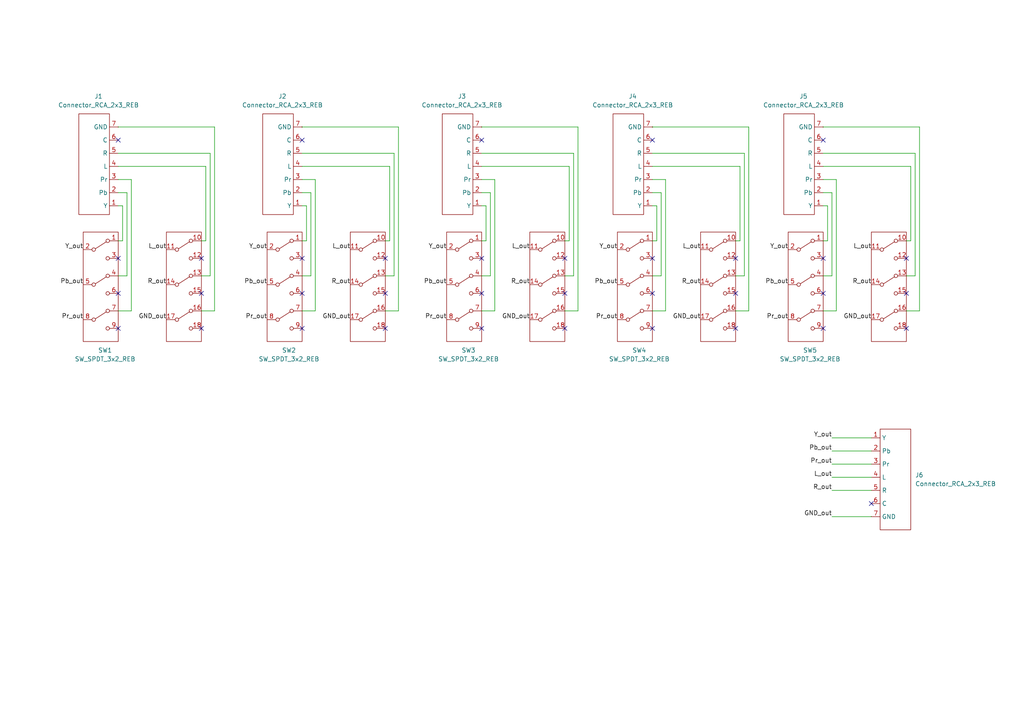
<source format=kicad_sch>
(kicad_sch (version 20211123) (generator eeschema)
  (paper "A4")
  (lib_symbols
    (symbol "Connector_RCA_2x3_REB_1"
      (property "Reference" "J" (at 11.43 2.54 0))
      (property "Value" "Connector_RCA_2x3_REB_1" (at 19.05 -13.97 90))
      (symbol "Connector_RCA_2x3_REB_1_0_1"
        (rectangle (start 5.08 -25.4) (end 5.08 -25.4))
        (rectangle (start 5.08 -25.4) (end 5.08 -25.4))
        (rectangle (start 5.08 -25.4) (end 5.08 -25.4))
        (rectangle (start 5.08 -25.4) (end 5.08 -25.4))
        (rectangle (start 5.08 -25.4) (end 5.08 -25.4))
        (rectangle (start 5.08 -25.4) (end 5.08 -25.4))
        (rectangle (start 5.08 -25.4) (end 5.08 -25.4))
        (rectangle (start 5.08 -25.4) (end 5.08 -25.4))
        (rectangle (start 5.08 -25.4) (end 5.08 -25.4))
        (rectangle (start 5.08 -25.4) (end 5.08 -25.4))
        (rectangle (start 5.08 -25.4) (end 5.08 -25.4))
        (rectangle (start 7.62 0) (end 16.51 -29.21))
      )
      (symbol "Connector_RCA_2x3_REB_1_1_1"
        (pin bidirectional line (at 5.08 -2.54 0) (length 2.54) (name "Y") (number "1"))
        (pin bidirectional line (at 5.08 -6.35 0) (length 2.54) (name "Pb") (number "2"))
        (pin bidirectional line (at 5.08 -10.16 0) (length 2.54) (name "Pr") (number "3"))
        (pin bidirectional line (at 5.08 -13.97 0) (length 2.54) (name "L") (number "4"))
        (pin bidirectional line (at 5.08 -17.78 0) (length 2.54) (name "R") (number "5"))
        (pin bidirectional line (at 5.08 -21.59 0) (length 2.54) (name "C") (number "6"))
        (pin bidirectional line (at 5.08 -25.4 0) (length 2.54) (name "GND") (number "7"))
        (pin passive line (at 5.08 -25.4 0) (length 2.54) hide (name "GND") (number "8"))
        (pin passive line (at 5.08 -25.4 0) (length 2.54) hide (name "GND") (number "9"))
      )
    )
    (symbol "Connector_RCA_2x3_REB_2"
      (property "Reference" "J" (at 11.43 2.54 0))
      (property "Value" "Connector_RCA_2x3_REB_2" (at 19.05 -13.97 90))
      (symbol "Connector_RCA_2x3_REB_2_0_1"
        (rectangle (start 5.08 -25.4) (end 5.08 -25.4))
        (rectangle (start 5.08 -25.4) (end 5.08 -25.4))
        (rectangle (start 5.08 -25.4) (end 5.08 -25.4))
        (rectangle (start 5.08 -25.4) (end 5.08 -25.4))
        (rectangle (start 5.08 -25.4) (end 5.08 -25.4))
        (rectangle (start 5.08 -25.4) (end 5.08 -25.4))
        (rectangle (start 5.08 -25.4) (end 5.08 -25.4))
        (rectangle (start 5.08 -25.4) (end 5.08 -25.4))
        (rectangle (start 5.08 -25.4) (end 5.08 -25.4))
        (rectangle (start 5.08 -25.4) (end 5.08 -25.4))
        (rectangle (start 5.08 -25.4) (end 5.08 -25.4))
        (rectangle (start 7.62 0) (end 16.51 -29.21))
      )
      (symbol "Connector_RCA_2x3_REB_2_1_1"
        (pin bidirectional line (at 5.08 -2.54 0) (length 2.54) (name "Y") (number "1"))
        (pin bidirectional line (at 5.08 -6.35 0) (length 2.54) (name "Pb") (number "2"))
        (pin bidirectional line (at 5.08 -10.16 0) (length 2.54) (name "Pr") (number "3"))
        (pin bidirectional line (at 5.08 -13.97 0) (length 2.54) (name "L") (number "4"))
        (pin bidirectional line (at 5.08 -17.78 0) (length 2.54) (name "R") (number "5"))
        (pin bidirectional line (at 5.08 -21.59 0) (length 2.54) (name "C") (number "6"))
        (pin bidirectional line (at 5.08 -25.4 0) (length 2.54) (name "GND") (number "7"))
        (pin passive line (at 5.08 -25.4 0) (length 2.54) hide (name "GND") (number "8"))
        (pin passive line (at 5.08 -25.4 0) (length 2.54) hide (name "GND") (number "9"))
      )
    )
    (symbol "Connector_RCA_2x3_REB_3"
      (property "Reference" "J" (at 11.43 2.54 0))
      (property "Value" "Connector_RCA_2x3_REB_3" (at 19.05 -13.97 90))
      (symbol "Connector_RCA_2x3_REB_3_0_1"
        (rectangle (start 5.08 -25.4) (end 5.08 -25.4))
        (rectangle (start 5.08 -25.4) (end 5.08 -25.4))
        (rectangle (start 5.08 -25.4) (end 5.08 -25.4))
        (rectangle (start 5.08 -25.4) (end 5.08 -25.4))
        (rectangle (start 5.08 -25.4) (end 5.08 -25.4))
        (rectangle (start 5.08 -25.4) (end 5.08 -25.4))
        (rectangle (start 5.08 -25.4) (end 5.08 -25.4))
        (rectangle (start 5.08 -25.4) (end 5.08 -25.4))
        (rectangle (start 5.08 -25.4) (end 5.08 -25.4))
        (rectangle (start 5.08 -25.4) (end 5.08 -25.4))
        (rectangle (start 5.08 -25.4) (end 5.08 -25.4))
        (rectangle (start 7.62 0) (end 16.51 -29.21))
      )
      (symbol "Connector_RCA_2x3_REB_3_1_1"
        (pin bidirectional line (at 5.08 -2.54 0) (length 2.54) (name "Y") (number "1"))
        (pin bidirectional line (at 5.08 -6.35 0) (length 2.54) (name "Pb") (number "2"))
        (pin bidirectional line (at 5.08 -10.16 0) (length 2.54) (name "Pr") (number "3"))
        (pin bidirectional line (at 5.08 -13.97 0) (length 2.54) (name "L") (number "4"))
        (pin bidirectional line (at 5.08 -17.78 0) (length 2.54) (name "R") (number "5"))
        (pin bidirectional line (at 5.08 -21.59 0) (length 2.54) (name "C") (number "6"))
        (pin bidirectional line (at 5.08 -25.4 0) (length 2.54) (name "GND") (number "7"))
        (pin passive line (at 5.08 -25.4 0) (length 2.54) hide (name "GND") (number "8"))
        (pin passive line (at 5.08 -25.4 0) (length 2.54) hide (name "GND") (number "9"))
      )
    )
    (symbol "Connector_RCA_2x3_REB_4"
      (property "Reference" "J" (at 11.43 2.54 0))
      (property "Value" "Connector_RCA_2x3_REB_4" (at 19.05 -13.97 90))
      (symbol "Connector_RCA_2x3_REB_4_0_1"
        (rectangle (start 5.08 -25.4) (end 5.08 -25.4))
        (rectangle (start 5.08 -25.4) (end 5.08 -25.4))
        (rectangle (start 5.08 -25.4) (end 5.08 -25.4))
        (rectangle (start 5.08 -25.4) (end 5.08 -25.4))
        (rectangle (start 5.08 -25.4) (end 5.08 -25.4))
        (rectangle (start 5.08 -25.4) (end 5.08 -25.4))
        (rectangle (start 5.08 -25.4) (end 5.08 -25.4))
        (rectangle (start 5.08 -25.4) (end 5.08 -25.4))
        (rectangle (start 5.08 -25.4) (end 5.08 -25.4))
        (rectangle (start 5.08 -25.4) (end 5.08 -25.4))
        (rectangle (start 5.08 -25.4) (end 5.08 -25.4))
        (rectangle (start 7.62 0) (end 16.51 -29.21))
      )
      (symbol "Connector_RCA_2x3_REB_4_1_1"
        (pin bidirectional line (at 5.08 -2.54 0) (length 2.54) (name "Y") (number "1"))
        (pin bidirectional line (at 5.08 -6.35 0) (length 2.54) (name "Pb") (number "2"))
        (pin bidirectional line (at 5.08 -10.16 0) (length 2.54) (name "Pr") (number "3"))
        (pin bidirectional line (at 5.08 -13.97 0) (length 2.54) (name "L") (number "4"))
        (pin bidirectional line (at 5.08 -17.78 0) (length 2.54) (name "R") (number "5"))
        (pin bidirectional line (at 5.08 -21.59 0) (length 2.54) (name "C") (number "6"))
        (pin bidirectional line (at 5.08 -25.4 0) (length 2.54) (name "GND") (number "7"))
        (pin passive line (at 5.08 -25.4 0) (length 2.54) hide (name "GND") (number "8"))
        (pin passive line (at 5.08 -25.4 0) (length 2.54) hide (name "GND") (number "9"))
      )
    )
    (symbol "Connector_RCA_2x3_REB_5"
      (property "Reference" "J" (at 11.43 2.54 0))
      (property "Value" "Connector_RCA_2x3_REB_5" (at 19.05 -13.97 90))
      (symbol "Connector_RCA_2x3_REB_5_0_1"
        (rectangle (start 5.08 -25.4) (end 5.08 -25.4))
        (rectangle (start 5.08 -25.4) (end 5.08 -25.4))
        (rectangle (start 5.08 -25.4) (end 5.08 -25.4))
        (rectangle (start 5.08 -25.4) (end 5.08 -25.4))
        (rectangle (start 5.08 -25.4) (end 5.08 -25.4))
        (rectangle (start 5.08 -25.4) (end 5.08 -25.4))
        (rectangle (start 5.08 -25.4) (end 5.08 -25.4))
        (rectangle (start 5.08 -25.4) (end 5.08 -25.4))
        (rectangle (start 5.08 -25.4) (end 5.08 -25.4))
        (rectangle (start 5.08 -25.4) (end 5.08 -25.4))
        (rectangle (start 5.08 -25.4) (end 5.08 -25.4))
        (rectangle (start 7.62 0) (end 16.51 -29.21))
      )
      (symbol "Connector_RCA_2x3_REB_5_1_1"
        (pin bidirectional line (at 5.08 -2.54 0) (length 2.54) (name "Y") (number "1"))
        (pin bidirectional line (at 5.08 -6.35 0) (length 2.54) (name "Pb") (number "2"))
        (pin bidirectional line (at 5.08 -10.16 0) (length 2.54) (name "Pr") (number "3"))
        (pin bidirectional line (at 5.08 -13.97 0) (length 2.54) (name "L") (number "4"))
        (pin bidirectional line (at 5.08 -17.78 0) (length 2.54) (name "R") (number "5"))
        (pin bidirectional line (at 5.08 -21.59 0) (length 2.54) (name "C") (number "6"))
        (pin bidirectional line (at 5.08 -25.4 0) (length 2.54) (name "GND") (number "7"))
        (pin passive line (at 5.08 -25.4 0) (length 2.54) hide (name "GND") (number "8"))
        (pin passive line (at 5.08 -25.4 0) (length 2.54) hide (name "GND") (number "9"))
      )
    )
    (symbol "User:Connector_RCA_2x3_REB"
      (property "Reference" "J" (at 11.43 2.54 0))
      (property "Value" "Connector_RCA_2x3_REB" (at 19.05 -13.97 90))
      (symbol "Connector_RCA_2x3_REB_0_1"
        (rectangle (start 5.08 -25.4) (end 5.08 -25.4))
        (rectangle (start 5.08 -25.4) (end 5.08 -25.4))
        (rectangle (start 5.08 -25.4) (end 5.08 -25.4))
        (rectangle (start 5.08 -25.4) (end 5.08 -25.4))
        (rectangle (start 5.08 -25.4) (end 5.08 -25.4))
        (rectangle (start 5.08 -25.4) (end 5.08 -25.4))
        (rectangle (start 5.08 -25.4) (end 5.08 -25.4))
        (rectangle (start 5.08 -25.4) (end 5.08 -25.4))
        (rectangle (start 5.08 -25.4) (end 5.08 -25.4))
        (rectangle (start 5.08 -25.4) (end 5.08 -25.4))
        (rectangle (start 5.08 -25.4) (end 5.08 -25.4))
        (rectangle (start 7.62 0) (end 16.51 -29.21))
      )
      (symbol "Connector_RCA_2x3_REB_1_1"
        (pin bidirectional line (at 5.08 -2.54 0) (length 2.54) (name "Y") (number "1"))
        (pin bidirectional line (at 5.08 -6.35 0) (length 2.54) (name "Pb") (number "2"))
        (pin bidirectional line (at 5.08 -10.16 0) (length 2.54) (name "Pr") (number "3"))
        (pin bidirectional line (at 5.08 -13.97 0) (length 2.54) (name "L") (number "4"))
        (pin bidirectional line (at 5.08 -17.78 0) (length 2.54) (name "R") (number "5"))
        (pin bidirectional line (at 5.08 -21.59 0) (length 2.54) (name "C") (number "6"))
        (pin bidirectional line (at 5.08 -25.4 0) (length 2.54) (name "GND") (number "7"))
        (pin passive line (at 5.08 -25.4 0) (length 2.54) hide (name "GND") (number "8"))
        (pin passive line (at 5.08 -25.4 0) (length 2.54) hide (name "GND") (number "9"))
      )
    )
    (symbol "User:SW_SPDT_3x2_REB" (pin_names (offset 0) hide)
      (property "Reference" "SW" (at 12.7 6.35 0))
      (property "Value" "SW_SPDT_3x2_REB" (at 12.7 8.89 0))
      (symbol "SW_SPDT_3x2_REB_0_0"
        (circle (center -2.032 -20.32) (radius 0.508))
        (circle (center -2.032 -10.16) (radius 0.508))
        (circle (center -2.032 0) (radius 0.508))
        (circle (center 2.032 -22.86) (radius 0.508))
        (circle (center 2.032 -12.7) (radius 0.508))
        (circle (center 2.032 -2.54) (radius 0.508))
        (circle (center 22.098 -20.32) (radius 0.508))
        (circle (center 22.098 -10.16) (radius 0.508))
        (circle (center 22.098 0) (radius 0.508))
        (circle (center 26.162 -22.86) (radius 0.508))
        (circle (center 26.162 -12.7) (radius 0.508))
        (circle (center 26.162 -2.54) (radius 0.508))
      )
      (symbol "SW_SPDT_3x2_REB_0_1"
        (rectangle (start -5.08 5.08) (end 5.08 -26.67))
        (polyline (pts (xy -1.524 -20.066) (xy 1.651 -18.034)))
        (polyline (pts (xy -1.524 -9.906) (xy 1.651 -7.874)))
        (polyline (pts (xy -1.524 0.254) (xy 1.651 2.286)))
        (polyline (pts (xy 22.606 -20.066) (xy 25.781 -18.034)))
        (polyline (pts (xy 22.606 -9.906) (xy 25.781 -7.874)))
        (polyline (pts (xy 22.606 0.254) (xy 25.781 2.286)))
        (circle (center 2.032 -17.78) (radius 0.508))
        (circle (center 2.032 -7.62) (radius 0.508))
        (circle (center 2.032 2.54) (radius 0.508))
        (rectangle (start 19.05 5.08) (end 29.21 -26.67))
        (circle (center 26.162 -17.78) (radius 0.508))
        (circle (center 26.162 -7.62) (radius 0.508))
        (circle (center 26.162 2.54) (radius 0.508))
      )
      (symbol "SW_SPDT_3x2_REB_1_1"
        (pin passive line (at 5.08 2.54 180) (length 2.54) (name "A") (number "1"))
        (pin passive line (at 29.21 2.54 180) (length 2.54) (name "A") (number "10"))
        (pin passive line (at 19.05 0 0) (length 2.54) (name "C") (number "11"))
        (pin passive line (at 29.21 -2.54 180) (length 2.54) (name "C") (number "12"))
        (pin passive line (at 29.21 -7.62 180) (length 2.54) (name "A") (number "13"))
        (pin passive line (at 19.05 -10.16 0) (length 2.54) (name "B") (number "14"))
        (pin passive line (at 29.21 -12.7 180) (length 2.54) (name "C") (number "15"))
        (pin passive line (at 29.21 -17.78 180) (length 2.54) (name "A") (number "16"))
        (pin passive line (at 19.05 -20.32 0) (length 2.54) (name "B") (number "17"))
        (pin passive line (at 29.21 -22.86 180) (length 2.54) (name "C") (number "18"))
        (pin passive line (at -5.08 0 0) (length 2.54) (name "OA") (number "2"))
        (pin passive line (at 5.08 -2.54 180) (length 2.54) (name "C") (number "3"))
        (pin passive line (at 5.08 -7.62 180) (length 2.54) (name "A") (number "4"))
        (pin passive line (at -5.08 -10.16 0) (length 2.54) (name "B") (number "5"))
        (pin passive line (at 5.08 -12.7 180) (length 2.54) (name "C") (number "6"))
        (pin passive line (at 5.08 -17.78 180) (length 2.54) (name "A") (number "7"))
        (pin passive line (at -5.08 -20.32 0) (length 2.54) (name "B") (number "8"))
        (pin passive line (at 5.08 -22.86 180) (length 2.54) (name "C") (number "9"))
      )
    )
  )
  (no_connect (at 87.63 95.25))
  (no_connect (at 87.63 40.64))
  (no_connect (at 163.83 85.09))
  (no_connect (at 238.76 40.64))
  (no_connect (at 189.23 40.64))
  (no_connect (at 262.89 74.93))
  (no_connect (at 238.76 85.09))
  (no_connect (at 139.7 74.93))
  (no_connect (at 34.29 74.93))
  (no_connect (at 58.42 74.93))
  (no_connect (at 34.29 95.25))
  (no_connect (at 58.42 95.25))
  (no_connect (at 58.42 85.09))
  (no_connect (at 34.29 85.09))
  (no_connect (at 139.7 95.25))
  (no_connect (at 87.63 74.93))
  (no_connect (at 111.76 85.09))
  (no_connect (at 87.63 85.09))
  (no_connect (at 252.73 146.05))
  (no_connect (at 111.76 74.93))
  (no_connect (at 34.29 40.64))
  (no_connect (at 213.36 74.93))
  (no_connect (at 262.89 85.09))
  (no_connect (at 213.36 85.09))
  (no_connect (at 238.76 95.25))
  (no_connect (at 262.89 95.25))
  (no_connect (at 213.36 95.25))
  (no_connect (at 139.7 40.64))
  (no_connect (at 238.76 74.93))
  (no_connect (at 163.83 95.25))
  (no_connect (at 163.83 74.93))
  (no_connect (at 189.23 74.93))
  (no_connect (at 139.7 85.09))
  (no_connect (at 111.76 95.25))
  (no_connect (at 189.23 85.09))
  (no_connect (at 189.23 95.25))
  (wire (pts (xy 60.96 44.45) (xy 60.96 80.01)))
  (wire (pts (xy 265.43 44.45) (xy 265.43 80.01)))
  (wire (pts (xy 217.17 36.83) (xy 217.17 90.17)))
  (wire (pts (xy 140.97 59.69) (xy 140.97 69.85)))
  (wire (pts (xy 238.76 59.69) (xy 240.03 59.69)))
  (wire (pts (xy 167.64 90.17) (xy 163.83 90.17)))
  (wire (pts (xy 62.23 36.83) (xy 62.23 90.17)))
  (wire (pts (xy 38.1 52.07) (xy 38.1 90.17)))
  (wire (pts (xy 189.23 48.26) (xy 214.63 48.26)))
  (wire (pts (xy 165.1 48.26) (xy 165.1 69.85)))
  (wire (pts (xy 34.29 36.83) (xy 62.23 36.83)))
  (wire (pts (xy 264.16 48.26) (xy 264.16 69.85)))
  (wire (pts (xy 193.04 52.07) (xy 193.04 90.17)))
  (wire (pts (xy 189.23 52.07) (xy 193.04 52.07)))
  (wire (pts (xy 240.03 69.85) (xy 238.76 69.85)))
  (wire (pts (xy 142.24 55.88) (xy 142.24 80.01)))
  (wire (pts (xy 34.29 48.26) (xy 59.69 48.26)))
  (wire (pts (xy 59.69 69.85) (xy 58.42 69.85)))
  (wire (pts (xy 143.51 90.17) (xy 139.7 90.17)))
  (wire (pts (xy 238.76 48.26) (xy 264.16 48.26)))
  (wire (pts (xy 214.63 69.85) (xy 213.36 69.85)))
  (wire (pts (xy 190.5 59.69) (xy 190.5 69.85)))
  (wire (pts (xy 35.56 59.69) (xy 35.56 69.85)))
  (wire (pts (xy 114.3 44.45) (xy 114.3 80.01)))
  (wire (pts (xy 189.23 59.69) (xy 190.5 59.69)))
  (wire (pts (xy 166.37 44.45) (xy 166.37 80.01)))
  (wire (pts (xy 87.63 44.45) (xy 114.3 44.45)))
  (wire (pts (xy 139.7 44.45) (xy 166.37 44.45)))
  (wire (pts (xy 193.04 90.17) (xy 189.23 90.17)))
  (wire (pts (xy 87.63 36.83) (xy 115.57 36.83)))
  (wire (pts (xy 238.76 36.83) (xy 266.7 36.83)))
  (wire (pts (xy 139.7 36.83) (xy 167.64 36.83)))
  (wire (pts (xy 191.77 80.01) (xy 189.23 80.01)))
  (wire (pts (xy 140.97 69.85) (xy 139.7 69.85)))
  (wire (pts (xy 242.57 52.07) (xy 242.57 90.17)))
  (wire (pts (xy 189.23 44.45) (xy 215.9 44.45)))
  (wire (pts (xy 88.9 69.85) (xy 87.63 69.85)))
  (wire (pts (xy 190.5 69.85) (xy 189.23 69.85)))
  (wire (pts (xy 241.3 130.81) (xy 252.73 130.81)))
  (wire (pts (xy 215.9 44.45) (xy 215.9 80.01)))
  (wire (pts (xy 139.7 52.07) (xy 143.51 52.07)))
  (wire (pts (xy 142.24 80.01) (xy 139.7 80.01)))
  (wire (pts (xy 90.17 80.01) (xy 87.63 80.01)))
  (wire (pts (xy 238.76 52.07) (xy 242.57 52.07)))
  (wire (pts (xy 34.29 44.45) (xy 60.96 44.45)))
  (wire (pts (xy 241.3 80.01) (xy 238.76 80.01)))
  (wire (pts (xy 59.69 48.26) (xy 59.69 69.85)))
  (wire (pts (xy 36.83 55.88) (xy 36.83 80.01)))
  (wire (pts (xy 166.37 80.01) (xy 163.83 80.01)))
  (wire (pts (xy 167.64 36.83) (xy 167.64 90.17)))
  (wire (pts (xy 189.23 55.88) (xy 191.77 55.88)))
  (wire (pts (xy 139.7 59.69) (xy 140.97 59.69)))
  (wire (pts (xy 91.44 90.17) (xy 87.63 90.17)))
  (wire (pts (xy 264.16 69.85) (xy 262.89 69.85)))
  (wire (pts (xy 87.63 59.69) (xy 88.9 59.69)))
  (wire (pts (xy 241.3 127) (xy 252.73 127)))
  (wire (pts (xy 240.03 59.69) (xy 240.03 69.85)))
  (wire (pts (xy 217.17 90.17) (xy 213.36 90.17)))
  (wire (pts (xy 238.76 55.88) (xy 241.3 55.88)))
  (wire (pts (xy 241.3 138.43) (xy 252.73 138.43)))
  (wire (pts (xy 113.03 69.85) (xy 111.76 69.85)))
  (wire (pts (xy 265.43 80.01) (xy 262.89 80.01)))
  (wire (pts (xy 60.96 80.01) (xy 58.42 80.01)))
  (wire (pts (xy 113.03 48.26) (xy 113.03 69.85)))
  (wire (pts (xy 241.3 55.88) (xy 241.3 80.01)))
  (wire (pts (xy 215.9 80.01) (xy 213.36 80.01)))
  (wire (pts (xy 36.83 80.01) (xy 34.29 80.01)))
  (wire (pts (xy 87.63 55.88) (xy 90.17 55.88)))
  (wire (pts (xy 189.23 36.83) (xy 217.17 36.83)))
  (wire (pts (xy 139.7 48.26) (xy 165.1 48.26)))
  (wire (pts (xy 34.29 59.69) (xy 35.56 59.69)))
  (wire (pts (xy 242.57 90.17) (xy 238.76 90.17)))
  (wire (pts (xy 114.3 80.01) (xy 111.76 80.01)))
  (wire (pts (xy 266.7 90.17) (xy 262.89 90.17)))
  (wire (pts (xy 139.7 55.88) (xy 142.24 55.88)))
  (wire (pts (xy 165.1 69.85) (xy 163.83 69.85)))
  (wire (pts (xy 90.17 55.88) (xy 90.17 80.01)))
  (wire (pts (xy 266.7 36.83) (xy 266.7 90.17)))
  (wire (pts (xy 34.29 55.88) (xy 36.83 55.88)))
  (wire (pts (xy 87.63 52.07) (xy 91.44 52.07)))
  (wire (pts (xy 191.77 55.88) (xy 191.77 80.01)))
  (wire (pts (xy 238.76 44.45) (xy 265.43 44.45)))
  (wire (pts (xy 241.3 134.62) (xy 252.73 134.62)))
  (wire (pts (xy 62.23 90.17) (xy 58.42 90.17)))
  (wire (pts (xy 143.51 52.07) (xy 143.51 90.17)))
  (wire (pts (xy 241.3 142.24) (xy 252.73 142.24)))
  (wire (pts (xy 115.57 90.17) (xy 111.76 90.17)))
  (wire (pts (xy 115.57 36.83) (xy 115.57 90.17)))
  (wire (pts (xy 35.56 69.85) (xy 34.29 69.85)))
  (wire (pts (xy 241.3 149.86) (xy 252.73 149.86)))
  (wire (pts (xy 87.63 48.26) (xy 113.03 48.26)))
  (wire (pts (xy 38.1 90.17) (xy 34.29 90.17)))
  (wire (pts (xy 91.44 52.07) (xy 91.44 90.17)))
  (wire (pts (xy 88.9 59.69) (xy 88.9 69.85)))
  (wire (pts (xy 214.63 48.26) (xy 214.63 69.85)))
  (wire (pts (xy 34.29 52.07) (xy 38.1 52.07)))
  (label "Pr_out" (at 179.07 92.71 180))
  (label "GND_out" (at 241.3 149.86 180))
  (label "Pr_out" (at 241.3 134.62 180))
  (label "Pb_out" (at 77.47 82.55 180))
  (label "Pr_out" (at 77.47 92.71 180))
  (label "R_out" (at 48.26 82.55 180))
  (label "Pb_out" (at 179.07 82.55 180))
  (label "Y_out" (at 24.13 72.39 180))
  (label "GND_out" (at 203.2 92.71 180))
  (label "Pr_out" (at 24.13 92.71 180))
  (label "R_out" (at 153.67 82.55 180))
  (label "GND_out" (at 252.73 92.71 180))
  (label "Y_out" (at 228.6 72.39 180))
  (label "Pb_out" (at 24.13 82.55 180))
  (label "R_out" (at 252.73 82.55 180))
  (label "Pr_out" (at 228.6 92.71 180))
  (label "Y_out" (at 77.47 72.39 180))
  (label "L_out" (at 48.26 72.39 180))
  (label "R_out" (at 101.6 82.55 180))
  (label "L_out" (at 203.2 72.39 180))
  (label "Pr_out" (at 129.54 92.71 180))
  (label "R_out" (at 203.2 82.55 180))
  (label "Pb_out" (at 228.6 82.55 180))
  (label "Y_out" (at 179.07 72.39 180))
  (label "Y_out" (at 129.54 72.39 180))
  (label "Y_out" (at 241.3 127 180))
  (label "L_out" (at 252.73 72.39 180))
  (label "L_out" (at 153.67 72.39 180))
  (label "R_out" (at 241.3 142.24 180))
  (label "GND_out" (at 48.26 92.71 180))
  (label "L_out" (at 241.3 138.43 180))
  (label "Pb_out" (at 241.3 130.81 180))
  (label "L_out" (at 101.6 72.39 180))
  (label "GND_out" (at 153.67 92.71 180))
  (label "GND_out" (at 101.6 92.71 180))
  (label "Pb_out" (at 129.54 82.55 180))
  (symbol (lib_name "Connector_RCA_2x3_REB_4") (lib_id "User:Connector_RCA_2x3_REB") (at 92.71 62.23 180) (unit 1)
    (property "Reference" "J2" (at 81.915 27.94 0))
    (property "Value" "Connector_RCA_2x3_REB" (at 81.915 30.48 0))
    (property "Footprint" "User:Connector_RCA_2x3_REB" (effects hide))
  )
  (symbol (lib_id "User:SW_SPDT_3x2_REB") (at 29.21 72.39 0) (unit 1)
    (property "Reference" "SW1" (at 30.48 101.6 0))
    (property "Value" "SW_SPDT_3x2_REB" (at 30.48 104.14 0))
    (property "Footprint" "User:SW_SPDT_3x2_REB" (effects hide))
  )
  (symbol (lib_id "User:SW_SPDT_3x2_REB") (at 233.68 72.39 0) (unit 1)
    (property "Reference" "SW5" (at 234.95 101.6 0))
    (property "Value" "SW_SPDT_3x2_REB" (at 234.95 104.14 0))
    (property "Footprint" "User:SW_SPDT_3x2_REB" (effects hide))
  )
  (symbol (lib_id "User:Connector_RCA_2x3_REB") (at 144.78 62.23 180) (unit 1)
    (property "Reference" "J3" (at 133.985 27.94 0))
    (property "Value" "Connector_RCA_2x3_REB" (at 133.985 30.48 0))
    (property "Footprint" "User:Connector_RCA_2x3_REB" (effects hide))
  )
  (symbol (lib_name "Connector_RCA_2x3_REB_5") (lib_id "User:Connector_RCA_2x3_REB") (at 194.31 62.23 180) (unit 1)
    (property "Reference" "J4" (at 183.515 27.94 0))
    (property "Value" "Connector_RCA_2x3_REB" (at 183.515 30.48 0))
    (property "Footprint" "User:Connector_RCA_2x3_REB" (effects hide))
  )
  (symbol (lib_name "Connector_RCA_2x3_REB_2") (lib_id "User:Connector_RCA_2x3_REB") (at 243.84 62.23 180) (unit 1)
    (property "Reference" "J5" (at 233.045 27.94 0))
    (property "Value" "Connector_RCA_2x3_REB" (at 233.045 30.48 0))
    (property "Footprint" "User:Connector_RCA_2x3_REB" (effects hide))
  )
  (symbol (lib_id "User:SW_SPDT_3x2_REB") (at 82.55 72.39 0) (unit 1)
    (property "Reference" "SW2" (at 83.82 101.6 0))
    (property "Value" "SW_SPDT_3x2_REB" (at 83.82 104.14 0))
    (property "Footprint" "User:SW_SPDT_3x2_REB" (effects hide))
  )
  (symbol (lib_name "Connector_RCA_2x3_REB_3") (lib_id "User:Connector_RCA_2x3_REB") (at 39.37 62.23 180) (unit 1)
    (property "Reference" "J1" (at 28.575 27.94 0))
    (property "Value" "Connector_RCA_2x3_REB" (at 28.575 30.48 0))
    (property "Footprint" "User:Connector_RCA_2x3_REB" (effects hide))
  )
  (symbol (lib_id "User:SW_SPDT_3x2_REB") (at 184.15 72.39 0) (unit 1)
    (property "Reference" "SW4" (at 185.42 101.6 0))
    (property "Value" "SW_SPDT_3x2_REB" (at 185.42 104.14 0))
    (property "Footprint" "User:SW_SPDT_3x2_REB" (effects hide))
  )
  (symbol (lib_name "Connector_RCA_2x3_REB_1") (lib_id "User:Connector_RCA_2x3_REB") (at 247.65 124.46 0) (unit 1)
    (property "Reference" "J6" (at 265.43 137.7949 0) (effects (justify left)))
    (property "Value" "Connector_RCA_2x3_REB" (at 265.43 140.3349 0) (effects (justify left)))
    (property "Footprint" "User:Connector_RCA_2x3_REB" (effects hide))
  )
  (symbol (lib_id "User:SW_SPDT_3x2_REB") (at 134.62 72.39 0) (unit 1)
    (property "Reference" "SW3" (at 135.89 101.6 0))
    (property "Value" "SW_SPDT_3x2_REB" (at 135.89 104.14 0))
    (property "Footprint" "User:SW_SPDT_3x2_REB" (effects hide))
  )
)
</source>
